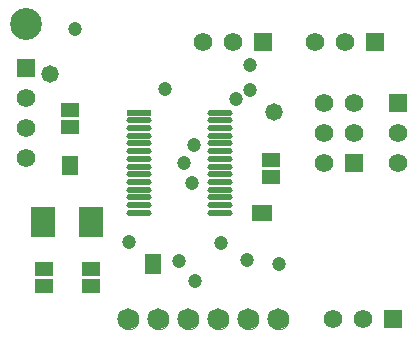
<source format=gts>
G04*
G04 #@! TF.GenerationSoftware,Altium Limited,Altium Designer,23.2.1 (34)*
G04*
G04 Layer_Color=8388736*
%FSLAX25Y25*%
%MOIN*%
G70*
G04*
G04 #@! TF.SameCoordinates,26DCB771-F187-4795-AA7E-67AAF857B4AA*
G04*
G04*
G04 #@! TF.FilePolarity,Negative*
G04*
G01*
G75*
%ADD21C,0.00000*%
%ADD22R,0.08382X0.02091*%
G04:AMPARAMS|DCode=23|XSize=83.82mil|YSize=20.91mil|CornerRadius=10.46mil|HoleSize=0mil|Usage=FLASHONLY|Rotation=0.000|XOffset=0mil|YOffset=0mil|HoleType=Round|Shape=RoundedRectangle|*
%AMROUNDEDRECTD23*
21,1,0.08382,0.00000,0,0,0.0*
21,1,0.06291,0.02091,0,0,0.0*
1,1,0.02091,0.03146,0.00000*
1,1,0.02091,-0.03146,0.00000*
1,1,0.02091,-0.03146,0.00000*
1,1,0.02091,0.03146,0.00000*
%
%ADD23ROUNDEDRECTD23*%
%ADD24R,0.03300X0.05800*%
%ADD25R,0.06115X0.04737*%
%ADD26R,0.08280X0.10249*%
%ADD27R,0.05951X0.04760*%
%ADD28R,0.05800X0.03300*%
%ADD29C,0.07178*%
%ADD30C,0.06194*%
%ADD31R,0.06194X0.06194*%
%ADD32R,0.06194X0.06194*%
%ADD33C,0.10642*%
%ADD34C,0.04737*%
%ADD35C,0.05800*%
D21*
X95398Y10827D02*
X95247Y11826D01*
X94809Y12736D01*
X94121Y13477D01*
X93246Y13982D01*
X92261Y14207D01*
X91254Y14132D01*
X90313Y13762D01*
X89523Y13132D01*
X88954Y12297D01*
X88656Y11332D01*
Y10321D01*
X88954Y9356D01*
X89523Y8521D01*
X90313Y7891D01*
X91254Y7522D01*
X92261Y7446D01*
X93246Y7671D01*
X94121Y8176D01*
X94809Y8917D01*
X95247Y9827D01*
X95398Y10827D01*
X85398D02*
X85247Y11826D01*
X84809Y12736D01*
X84122Y13477D01*
X83246Y13982D01*
X82261Y14207D01*
X81253Y14132D01*
X80313Y13762D01*
X79523Y13132D01*
X78954Y12297D01*
X78656Y11332D01*
Y10321D01*
X78954Y9356D01*
X79523Y8521D01*
X80313Y7891D01*
X81253Y7522D01*
X82261Y7446D01*
X83246Y7671D01*
X84122Y8176D01*
X84809Y8917D01*
X85247Y9827D01*
X85398Y10827D01*
X75398D02*
X75247Y11826D01*
X74809Y12736D01*
X74121Y13477D01*
X73246Y13982D01*
X72261Y14207D01*
X71254Y14132D01*
X70313Y13762D01*
X69523Y13132D01*
X68954Y12297D01*
X68656Y11332D01*
Y10321D01*
X68954Y9356D01*
X69523Y8521D01*
X70313Y7891D01*
X71254Y7522D01*
X72261Y7446D01*
X73246Y7671D01*
X74121Y8176D01*
X74809Y8917D01*
X75247Y9827D01*
X75398Y10827D01*
X65398D02*
X65247Y11826D01*
X64809Y12736D01*
X64122Y13477D01*
X63246Y13982D01*
X62261Y14207D01*
X61253Y14132D01*
X60313Y13762D01*
X59523Y13132D01*
X58954Y12297D01*
X58656Y11332D01*
Y10321D01*
X58954Y9356D01*
X59523Y8521D01*
X60313Y7891D01*
X61253Y7522D01*
X62261Y7446D01*
X63246Y7671D01*
X64122Y8176D01*
X64809Y8917D01*
X65247Y9827D01*
X65398Y10827D01*
X55398D02*
X55247Y11826D01*
X54809Y12736D01*
X54122Y13477D01*
X53246Y13982D01*
X52261Y14207D01*
X51253Y14132D01*
X50313Y13762D01*
X49523Y13132D01*
X48954Y12297D01*
X48656Y11332D01*
Y10321D01*
X48954Y9356D01*
X49523Y8521D01*
X50313Y7891D01*
X51253Y7522D01*
X52261Y7446D01*
X53246Y7671D01*
X54122Y8176D01*
X54809Y8917D01*
X55247Y9827D01*
X55398Y10827D01*
X45398D02*
X45247Y11826D01*
X44809Y12736D01*
X44122Y13477D01*
X43246Y13982D01*
X42261Y14207D01*
X41254Y14132D01*
X40313Y13762D01*
X39523Y13132D01*
X38954Y12297D01*
X38656Y11332D01*
Y10321D01*
X38954Y9356D01*
X39523Y8521D01*
X40313Y7891D01*
X41254Y7522D01*
X42261Y7446D01*
X43246Y7671D01*
X44122Y8176D01*
X44809Y8917D01*
X45247Y9827D01*
X45398Y10827D01*
D22*
X45570Y79626D02*
D03*
D23*
Y77067D02*
D03*
Y74508D02*
D03*
Y71949D02*
D03*
Y69390D02*
D03*
Y66831D02*
D03*
Y64272D02*
D03*
Y61713D02*
D03*
Y59153D02*
D03*
Y56594D02*
D03*
Y54035D02*
D03*
Y51476D02*
D03*
Y48917D02*
D03*
Y46358D02*
D03*
X72540D02*
D03*
Y48917D02*
D03*
Y51476D02*
D03*
Y54035D02*
D03*
Y56594D02*
D03*
Y59153D02*
D03*
Y61713D02*
D03*
Y64272D02*
D03*
Y66831D02*
D03*
Y69390D02*
D03*
Y71949D02*
D03*
Y74508D02*
D03*
Y77067D02*
D03*
Y79626D02*
D03*
D24*
X85014Y46260D02*
D03*
X88214D02*
D03*
D25*
X22638Y80709D02*
D03*
Y74803D02*
D03*
X89567Y63976D02*
D03*
Y58071D02*
D03*
D26*
X29724Y43307D02*
D03*
X13583D02*
D03*
D27*
X13779Y27465D02*
D03*
Y21747D02*
D03*
X29528Y27466D02*
D03*
Y21747D02*
D03*
D28*
X50197Y30759D02*
D03*
Y27559D02*
D03*
X22638Y60408D02*
D03*
Y63608D02*
D03*
D29*
X92008Y10827D02*
D03*
X82008D02*
D03*
X72008D02*
D03*
X62008D02*
D03*
X52008D02*
D03*
X42008D02*
D03*
D30*
X7874Y64646D02*
D03*
Y74646D02*
D03*
Y84646D02*
D03*
X110079Y10827D02*
D03*
X120079D02*
D03*
X131890Y72835D02*
D03*
Y62835D02*
D03*
X107205Y82835D02*
D03*
X117205D02*
D03*
X107205Y72835D02*
D03*
X117205D02*
D03*
X107205Y62835D02*
D03*
X66772Y103347D02*
D03*
X76772D02*
D03*
X114331D02*
D03*
X104331D02*
D03*
D31*
X7874Y94646D02*
D03*
X131890Y82835D02*
D03*
X117205Y62835D02*
D03*
D32*
X130079Y10827D02*
D03*
X86772Y103347D02*
D03*
X124331D02*
D03*
D33*
X7874Y109252D02*
D03*
D34*
X54134Y87598D02*
D03*
X24100Y107583D02*
D03*
X81693Y30512D02*
D03*
X63930Y68898D02*
D03*
X60528Y62771D02*
D03*
X92200Y29283D02*
D03*
X82700Y87383D02*
D03*
X77756Y84083D02*
D03*
X82677Y95472D02*
D03*
X58800Y30144D02*
D03*
X72900Y36083D02*
D03*
X63231Y56230D02*
D03*
X42323Y36417D02*
D03*
X64395Y23489D02*
D03*
D35*
X15748Y92520D02*
D03*
X90551Y79724D02*
D03*
M02*

</source>
